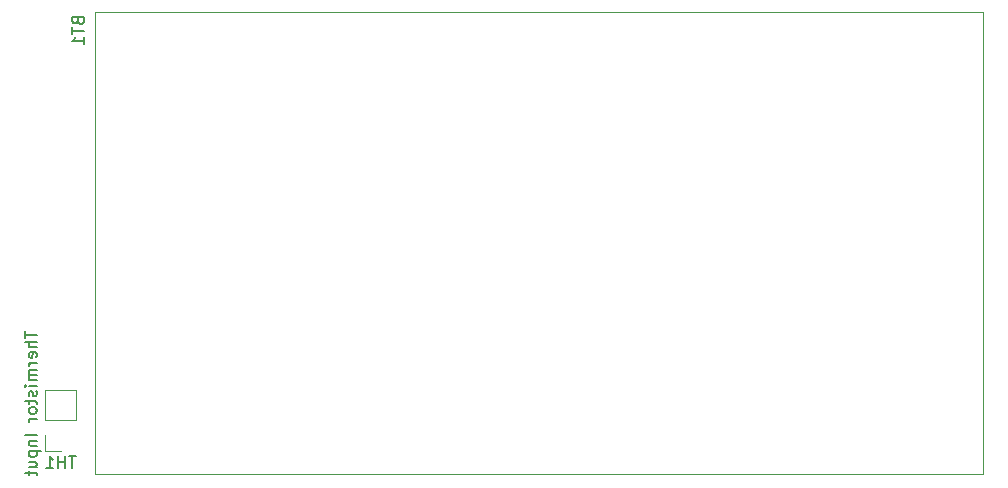
<source format=gbo>
%TF.GenerationSoftware,KiCad,Pcbnew,(6.0.7-1)-1*%
%TF.CreationDate,2023-01-10T14:36:04-05:00*%
%TF.ProjectId,LiIonUtilityBoard,4c69496f-6e55-4746-996c-697479426f61,rev?*%
%TF.SameCoordinates,Original*%
%TF.FileFunction,Legend,Bot*%
%TF.FilePolarity,Positive*%
%FSLAX46Y46*%
G04 Gerber Fmt 4.6, Leading zero omitted, Abs format (unit mm)*
G04 Created by KiCad (PCBNEW (6.0.7-1)-1) date 2023-01-10 14:36:04*
%MOMM*%
%LPD*%
G01*
G04 APERTURE LIST*
%ADD10C,0.150000*%
%ADD11C,0.100000*%
%ADD12C,0.120000*%
%ADD13C,0.700000*%
%ADD14O,2.400000X0.900000*%
%ADD15O,1.700000X0.900000*%
%ADD16R,1.950000X1.950000*%
%ADD17C,1.950000*%
%ADD18C,3.100000*%
%ADD19R,3.000000X3.000000*%
%ADD20C,3.000000*%
%ADD21R,1.700000X1.700000*%
%ADD22O,1.700000X1.700000*%
G04 APERTURE END LIST*
D10*
X90452380Y-73504761D02*
X90452380Y-74076190D01*
X91452380Y-73790476D02*
X90452380Y-73790476D01*
X91452380Y-74409523D02*
X90452380Y-74409523D01*
X91452380Y-74838095D02*
X90928571Y-74838095D01*
X90833333Y-74790476D01*
X90785714Y-74695238D01*
X90785714Y-74552380D01*
X90833333Y-74457142D01*
X90880952Y-74409523D01*
X91404761Y-75695238D02*
X91452380Y-75600000D01*
X91452380Y-75409523D01*
X91404761Y-75314285D01*
X91309523Y-75266666D01*
X90928571Y-75266666D01*
X90833333Y-75314285D01*
X90785714Y-75409523D01*
X90785714Y-75600000D01*
X90833333Y-75695238D01*
X90928571Y-75742857D01*
X91023809Y-75742857D01*
X91119047Y-75266666D01*
X91452380Y-76171428D02*
X90785714Y-76171428D01*
X90976190Y-76171428D02*
X90880952Y-76219047D01*
X90833333Y-76266666D01*
X90785714Y-76361904D01*
X90785714Y-76457142D01*
X91452380Y-76790476D02*
X90785714Y-76790476D01*
X90880952Y-76790476D02*
X90833333Y-76838095D01*
X90785714Y-76933333D01*
X90785714Y-77076190D01*
X90833333Y-77171428D01*
X90928571Y-77219047D01*
X91452380Y-77219047D01*
X90928571Y-77219047D02*
X90833333Y-77266666D01*
X90785714Y-77361904D01*
X90785714Y-77504761D01*
X90833333Y-77600000D01*
X90928571Y-77647619D01*
X91452380Y-77647619D01*
X91452380Y-78123809D02*
X90785714Y-78123809D01*
X90452380Y-78123809D02*
X90500000Y-78076190D01*
X90547619Y-78123809D01*
X90500000Y-78171428D01*
X90452380Y-78123809D01*
X90547619Y-78123809D01*
X91404761Y-78552380D02*
X91452380Y-78647619D01*
X91452380Y-78838095D01*
X91404761Y-78933333D01*
X91309523Y-78980952D01*
X91261904Y-78980952D01*
X91166666Y-78933333D01*
X91119047Y-78838095D01*
X91119047Y-78695238D01*
X91071428Y-78600000D01*
X90976190Y-78552380D01*
X90928571Y-78552380D01*
X90833333Y-78600000D01*
X90785714Y-78695238D01*
X90785714Y-78838095D01*
X90833333Y-78933333D01*
X90785714Y-79266666D02*
X90785714Y-79647619D01*
X90452380Y-79409523D02*
X91309523Y-79409523D01*
X91404761Y-79457142D01*
X91452380Y-79552380D01*
X91452380Y-79647619D01*
X91452380Y-80123809D02*
X91404761Y-80028571D01*
X91357142Y-79980952D01*
X91261904Y-79933333D01*
X90976190Y-79933333D01*
X90880952Y-79980952D01*
X90833333Y-80028571D01*
X90785714Y-80123809D01*
X90785714Y-80266666D01*
X90833333Y-80361904D01*
X90880952Y-80409523D01*
X90976190Y-80457142D01*
X91261904Y-80457142D01*
X91357142Y-80409523D01*
X91404761Y-80361904D01*
X91452380Y-80266666D01*
X91452380Y-80123809D01*
X91452380Y-80885714D02*
X90785714Y-80885714D01*
X90976190Y-80885714D02*
X90880952Y-80933333D01*
X90833333Y-80980952D01*
X90785714Y-81076190D01*
X90785714Y-81171428D01*
X91452380Y-82266666D02*
X90452380Y-82266666D01*
X90785714Y-82742857D02*
X91452380Y-82742857D01*
X90880952Y-82742857D02*
X90833333Y-82790476D01*
X90785714Y-82885714D01*
X90785714Y-83028571D01*
X90833333Y-83123809D01*
X90928571Y-83171428D01*
X91452380Y-83171428D01*
X90785714Y-83647619D02*
X91785714Y-83647619D01*
X90833333Y-83647619D02*
X90785714Y-83742857D01*
X90785714Y-83933333D01*
X90833333Y-84028571D01*
X90880952Y-84076190D01*
X90976190Y-84123809D01*
X91261904Y-84123809D01*
X91357142Y-84076190D01*
X91404761Y-84028571D01*
X91452380Y-83933333D01*
X91452380Y-83742857D01*
X91404761Y-83647619D01*
X90785714Y-84980952D02*
X91452380Y-84980952D01*
X90785714Y-84552380D02*
X91309523Y-84552380D01*
X91404761Y-84600000D01*
X91452380Y-84695238D01*
X91452380Y-84838095D01*
X91404761Y-84933333D01*
X91357142Y-84980952D01*
X90785714Y-85314285D02*
X90785714Y-85695238D01*
X90452380Y-85457142D02*
X91309523Y-85457142D01*
X91404761Y-85504761D01*
X91452380Y-85600000D01*
X91452380Y-85695238D01*
X94928571Y-47214285D02*
X94976190Y-47357142D01*
X95023809Y-47404761D01*
X95119047Y-47452380D01*
X95261904Y-47452380D01*
X95357142Y-47404761D01*
X95404761Y-47357142D01*
X95452380Y-47261904D01*
X95452380Y-46880952D01*
X94452380Y-46880952D01*
X94452380Y-47214285D01*
X94500000Y-47309523D01*
X94547619Y-47357142D01*
X94642857Y-47404761D01*
X94738095Y-47404761D01*
X94833333Y-47357142D01*
X94880952Y-47309523D01*
X94928571Y-47214285D01*
X94928571Y-46880952D01*
X94452380Y-47738095D02*
X94452380Y-48309523D01*
X95452380Y-48023809D02*
X94452380Y-48023809D01*
X95452380Y-49166666D02*
X95452380Y-48595238D01*
X95452380Y-48880952D02*
X94452380Y-48880952D01*
X94595238Y-48785714D01*
X94690476Y-48690476D01*
X94738095Y-48595238D01*
X94757714Y-84083380D02*
X94186285Y-84083380D01*
X94472000Y-85083380D02*
X94472000Y-84083380D01*
X93852952Y-85083380D02*
X93852952Y-84083380D01*
X93852952Y-84559571D02*
X93281523Y-84559571D01*
X93281523Y-85083380D02*
X93281523Y-84083380D01*
X92281523Y-85083380D02*
X92852952Y-85083380D01*
X92567238Y-85083380D02*
X92567238Y-84083380D01*
X92662476Y-84226238D01*
X92757714Y-84321476D01*
X92852952Y-84369095D01*
D11*
X171600000Y-46450000D02*
X96400000Y-46450000D01*
X96400000Y-46450000D02*
X96400000Y-85550000D01*
X96400000Y-85550000D02*
X171600000Y-85550000D01*
X171600000Y-85550000D02*
X171600000Y-46450000D01*
D12*
X92142000Y-82301000D02*
X92142000Y-83631000D01*
X92142000Y-81031000D02*
X94802000Y-81031000D01*
X92142000Y-81031000D02*
X92142000Y-78431000D01*
X94802000Y-81031000D02*
X94802000Y-78431000D01*
X92142000Y-78431000D02*
X94802000Y-78431000D01*
X92142000Y-83631000D02*
X93472000Y-83631000D01*
%LPC*%
D13*
X92025000Y-63025000D03*
X92025000Y-63875000D03*
X92025000Y-64725000D03*
X92025000Y-65575000D03*
X92025000Y-66425000D03*
X92025000Y-67275000D03*
X92025000Y-68125000D03*
X92025000Y-68975000D03*
X90675000Y-68975000D03*
X90675000Y-68125000D03*
X90675000Y-67275000D03*
X90675000Y-66425000D03*
X90675000Y-65575000D03*
X90675000Y-64725000D03*
X90675000Y-63875000D03*
X90675000Y-63025000D03*
D14*
X91045000Y-70325000D03*
X91045000Y-61675000D03*
D15*
X87665000Y-61675000D03*
X87665000Y-70325000D03*
D16*
X177337500Y-61000000D03*
D17*
X177337500Y-66000000D03*
X177337500Y-71000000D03*
D18*
X107150000Y-66000000D03*
X160850000Y-66000000D03*
D19*
X98300000Y-56350000D03*
D20*
X169700000Y-56350000D03*
X98300000Y-75650000D03*
X169700000Y-75650000D03*
D21*
X93472000Y-82301000D03*
D22*
X93472000Y-79761000D03*
M02*

</source>
